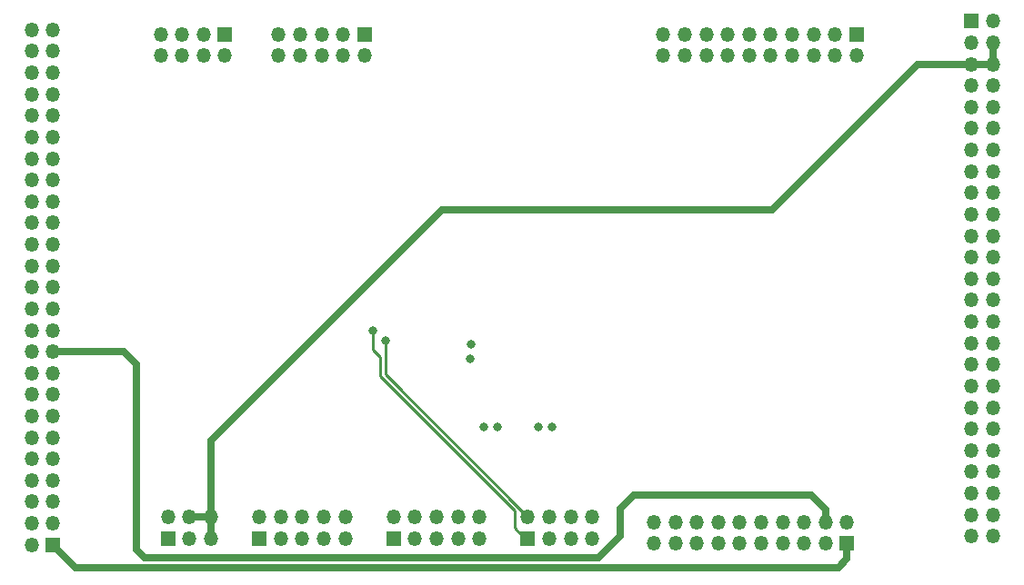
<source format=gbr>
G04 #@! TF.GenerationSoftware,KiCad,Pcbnew,(5.1.2)-1*
G04 #@! TF.CreationDate,2019-06-05T20:45:29-04:00*
G04 #@! TF.ProjectId,riser,72697365-722e-46b6-9963-61645f706362,rev?*
G04 #@! TF.SameCoordinates,Original*
G04 #@! TF.FileFunction,Copper,L8,Bot*
G04 #@! TF.FilePolarity,Positive*
%FSLAX46Y46*%
G04 Gerber Fmt 4.6, Leading zero omitted, Abs format (unit mm)*
G04 Created by KiCad (PCBNEW (5.1.2)-1) date 2019-06-05 20:45:29*
%MOMM*%
%LPD*%
G04 APERTURE LIST*
%ADD10O,1.350000X1.350000*%
%ADD11R,1.350000X1.350000*%
%ADD12C,0.800000*%
%ADD13C,0.700000*%
%ADD14C,0.250000*%
G04 APERTURE END LIST*
D10*
X93300000Y-71600000D03*
X95300000Y-71600000D03*
X93300000Y-73600000D03*
X95300000Y-73600000D03*
X93300000Y-75600000D03*
X95300000Y-75600000D03*
X93300000Y-77600000D03*
X95300000Y-77600000D03*
X93300000Y-79600000D03*
X95300000Y-79600000D03*
X93300000Y-81600000D03*
X95300000Y-81600000D03*
X93300000Y-83600000D03*
X95300000Y-83600000D03*
X93300000Y-85600000D03*
X95300000Y-85600000D03*
X93300000Y-87600000D03*
X95300000Y-87600000D03*
X93300000Y-89600000D03*
X95300000Y-89600000D03*
X93300000Y-91600000D03*
X95300000Y-91600000D03*
X93300000Y-93600000D03*
X95300000Y-93600000D03*
X93300000Y-95600000D03*
X95300000Y-95600000D03*
X93300000Y-97600000D03*
X95300000Y-97600000D03*
X93300000Y-99600000D03*
X95300000Y-99600000D03*
X93300000Y-101600000D03*
X95300000Y-101600000D03*
X93300000Y-103600000D03*
X95300000Y-103600000D03*
X93300000Y-105600000D03*
X95300000Y-105600000D03*
X93300000Y-107600000D03*
X95300000Y-107600000D03*
X93300000Y-109600000D03*
X95300000Y-109600000D03*
X93300000Y-111600000D03*
X95300000Y-111600000D03*
X93300000Y-113600000D03*
X95300000Y-113600000D03*
X93300000Y-115600000D03*
X95300000Y-115600000D03*
X93300000Y-117600000D03*
X95300000Y-117600000D03*
X93300000Y-119600000D03*
D11*
X95300000Y-119600000D03*
D10*
X182800000Y-118800000D03*
X180800000Y-118800000D03*
X182800000Y-116800000D03*
X180800000Y-116800000D03*
X182800000Y-114800000D03*
X180800000Y-114800000D03*
X182800000Y-112800000D03*
X180800000Y-112800000D03*
X182800000Y-110800000D03*
X180800000Y-110800000D03*
X182800000Y-108800000D03*
X180800000Y-108800000D03*
X182800000Y-106800000D03*
X180800000Y-106800000D03*
X182800000Y-104800000D03*
X180800000Y-104800000D03*
X182800000Y-102800000D03*
X180800000Y-102800000D03*
X182800000Y-100800000D03*
X180800000Y-100800000D03*
X182800000Y-98800000D03*
X180800000Y-98800000D03*
X182800000Y-96800000D03*
X180800000Y-96800000D03*
X182800000Y-94800000D03*
X180800000Y-94800000D03*
X182800000Y-92800000D03*
X180800000Y-92800000D03*
X182800000Y-90800000D03*
X180800000Y-90800000D03*
X182800000Y-88800000D03*
X180800000Y-88800000D03*
X182800000Y-86800000D03*
X180800000Y-86800000D03*
X182800000Y-84800000D03*
X180800000Y-84800000D03*
X182800000Y-82800000D03*
X180800000Y-82800000D03*
X182800000Y-80800000D03*
X180800000Y-80800000D03*
X182800000Y-78800000D03*
X180800000Y-78800000D03*
X182800000Y-76800000D03*
X180800000Y-76800000D03*
X182800000Y-74800000D03*
X180800000Y-74800000D03*
X182800000Y-72800000D03*
X180800000Y-72800000D03*
X182800000Y-70800000D03*
D11*
X180800000Y-70800000D03*
D10*
X145500000Y-117000000D03*
X145500000Y-119000000D03*
X143500000Y-117000000D03*
X143500000Y-119000000D03*
X141500000Y-117000000D03*
X141500000Y-119000000D03*
X139500000Y-117000000D03*
D11*
X139500000Y-119000000D03*
D10*
X122500000Y-117000000D03*
X122500000Y-119000000D03*
X120500000Y-117000000D03*
X120500000Y-119000000D03*
X118500000Y-117000000D03*
X118500000Y-119000000D03*
X116500000Y-117000000D03*
X116500000Y-119000000D03*
X114500000Y-117000000D03*
D11*
X114500000Y-119000000D03*
D10*
X135000000Y-117000000D03*
X135000000Y-119000000D03*
X133000000Y-117000000D03*
X133000000Y-119000000D03*
X131000000Y-117000000D03*
X131000000Y-119000000D03*
X129000000Y-117000000D03*
X129000000Y-119000000D03*
X127000000Y-117000000D03*
D11*
X127000000Y-119000000D03*
D10*
X105300000Y-74000000D03*
X105300000Y-72000000D03*
X107300000Y-74000000D03*
X107300000Y-72000000D03*
X109300000Y-74000000D03*
X109300000Y-72000000D03*
X111300000Y-74000000D03*
D11*
X111300000Y-72000000D03*
D10*
X116300000Y-74000000D03*
X116300000Y-72000000D03*
X118300000Y-74000000D03*
X118300000Y-72000000D03*
X120300000Y-74000000D03*
X120300000Y-72000000D03*
X122300000Y-74000000D03*
X122300000Y-72000000D03*
X124300000Y-74000000D03*
D11*
X124300000Y-72000000D03*
D10*
X152100000Y-74000000D03*
X152100000Y-72000000D03*
X154100000Y-74000000D03*
X154100000Y-72000000D03*
X156100000Y-74000000D03*
X156100000Y-72000000D03*
X158100000Y-74000000D03*
X158100000Y-72000000D03*
X160100000Y-74000000D03*
X160100000Y-72000000D03*
X162100000Y-74000000D03*
X162100000Y-72000000D03*
X164100000Y-74000000D03*
X164100000Y-72000000D03*
X166100000Y-74000000D03*
X166100000Y-72000000D03*
X168100000Y-74000000D03*
X168100000Y-72000000D03*
X170100000Y-74000000D03*
D11*
X170100000Y-72000000D03*
D10*
X110000000Y-117000000D03*
X110000000Y-119000000D03*
X108000000Y-117000000D03*
X108000000Y-119000000D03*
X106000000Y-117000000D03*
D11*
X106000000Y-119000000D03*
D10*
X151220040Y-117494080D03*
X151220040Y-119494080D03*
X153220040Y-117494080D03*
X153220040Y-119494080D03*
X155220040Y-117494080D03*
X155220040Y-119494080D03*
X157220040Y-117494080D03*
X157220040Y-119494080D03*
X159220040Y-117494080D03*
X159220040Y-119494080D03*
X161220040Y-117494080D03*
X161220040Y-119494080D03*
X163220040Y-117494080D03*
X163220040Y-119494080D03*
X165220040Y-117494080D03*
X165220040Y-119494080D03*
X167220040Y-117494080D03*
X167220040Y-119494080D03*
X169220040Y-117494080D03*
D11*
X169220040Y-119494080D03*
D12*
X125070000Y-99600002D03*
X126230000Y-100600000D03*
X141720000Y-108640000D03*
X140450000Y-108640000D03*
X136640000Y-108640000D03*
X134213982Y-100906018D03*
X135370000Y-108640000D03*
X134100000Y-102290000D03*
D13*
X97400000Y-121700000D02*
X95300000Y-119600000D01*
X168389120Y-121700000D02*
X97400000Y-121700000D01*
X169220040Y-119494080D02*
X169220040Y-120869080D01*
X169220040Y-120869080D02*
X168389120Y-121700000D01*
X101900000Y-101600000D02*
X95300000Y-101600000D01*
X103079990Y-102779990D02*
X101900000Y-101600000D01*
X103079990Y-120070000D02*
X103079990Y-102779990D01*
X103809980Y-120799990D02*
X103079990Y-120070000D01*
X146070010Y-120799990D02*
X103809980Y-120799990D01*
X167220040Y-116320040D02*
X165890000Y-114990000D01*
X167220040Y-117494080D02*
X167220040Y-116320040D01*
X165890000Y-114990000D02*
X149340000Y-114990000D01*
X149340000Y-114990000D02*
X148070000Y-116260000D01*
X148070000Y-116260000D02*
X148070000Y-118800000D01*
X148070000Y-118800000D02*
X146070010Y-120799990D01*
D14*
X125070000Y-100165687D02*
X125070000Y-99600002D01*
X125070000Y-101380000D02*
X125070000Y-100165687D01*
X139190000Y-119000000D02*
X138240000Y-118050000D01*
X139500000Y-119000000D02*
X139190000Y-119000000D01*
X138240000Y-118050000D02*
X138240000Y-116376410D01*
X138240000Y-116376410D02*
X125779990Y-103916400D01*
X125779990Y-103916400D02*
X125779990Y-102089990D01*
X125779990Y-102089990D02*
X125070000Y-101380000D01*
X126230000Y-101165685D02*
X126230000Y-100600000D01*
X139500000Y-117000000D02*
X126230000Y-103730000D01*
X126230000Y-103730000D02*
X126230000Y-101165685D01*
D13*
X110000000Y-119000000D02*
X110000000Y-117000000D01*
X110000000Y-117000000D02*
X108000000Y-117000000D01*
X175800000Y-74800000D02*
X180800000Y-74800000D01*
X162200000Y-88400000D02*
X175800000Y-74800000D01*
X131480000Y-88400000D02*
X162200000Y-88400000D01*
X110000000Y-117000000D02*
X110000000Y-109880000D01*
X110000000Y-109880000D02*
X131480000Y-88400000D01*
X180800000Y-74800000D02*
X182800000Y-74800000D01*
X182800000Y-74800000D02*
X182800000Y-72800000D01*
M02*

</source>
